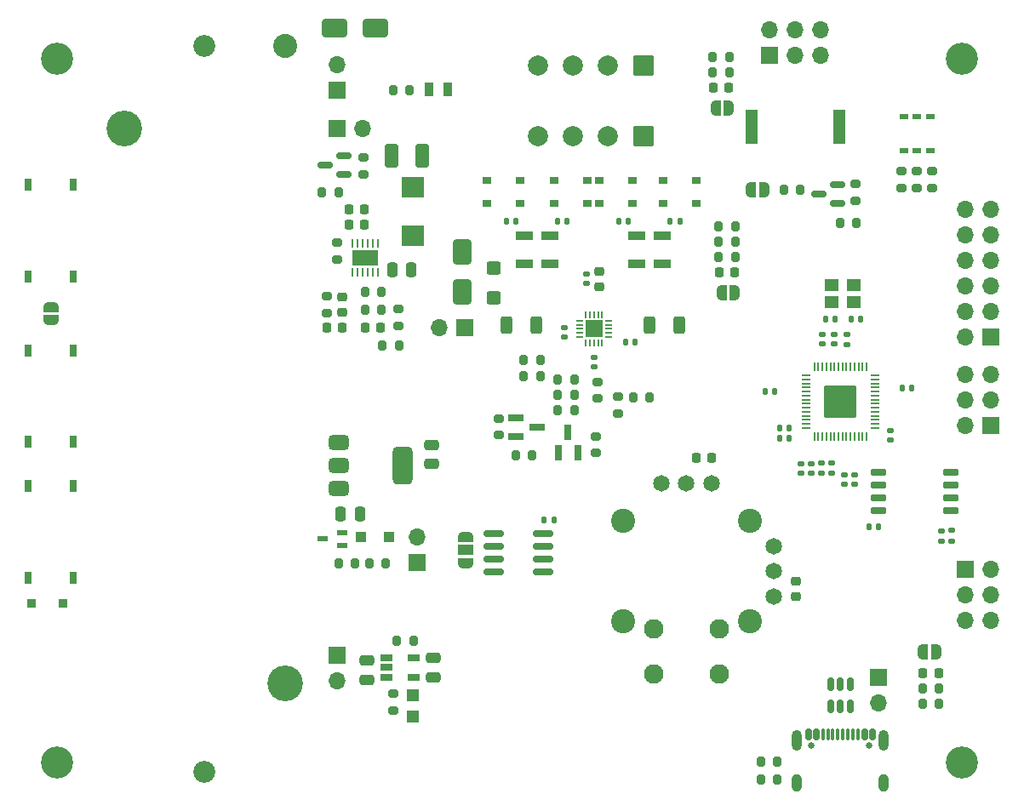
<source format=gbr>
%TF.GenerationSoftware,KiCad,Pcbnew,8.0.2*%
%TF.CreationDate,2024-05-27T22:06:41+01:00*%
%TF.ProjectId,StepUp,53746570-5570-42e6-9b69-6361645f7063,v1.0*%
%TF.SameCoordinates,Original*%
%TF.FileFunction,Soldermask,Top*%
%TF.FilePolarity,Negative*%
%FSLAX46Y46*%
G04 Gerber Fmt 4.6, Leading zero omitted, Abs format (unit mm)*
G04 Created by KiCad (PCBNEW 8.0.2) date 2024-05-27 22:06:41*
%MOMM*%
%LPD*%
G01*
G04 APERTURE LIST*
G04 Aperture macros list*
%AMRoundRect*
0 Rectangle with rounded corners*
0 $1 Rounding radius*
0 $2 $3 $4 $5 $6 $7 $8 $9 X,Y pos of 4 corners*
0 Add a 4 corners polygon primitive as box body*
4,1,4,$2,$3,$4,$5,$6,$7,$8,$9,$2,$3,0*
0 Add four circle primitives for the rounded corners*
1,1,$1+$1,$2,$3*
1,1,$1+$1,$4,$5*
1,1,$1+$1,$6,$7*
1,1,$1+$1,$8,$9*
0 Add four rect primitives between the rounded corners*
20,1,$1+$1,$2,$3,$4,$5,0*
20,1,$1+$1,$4,$5,$6,$7,0*
20,1,$1+$1,$6,$7,$8,$9,0*
20,1,$1+$1,$8,$9,$2,$3,0*%
%AMFreePoly0*
4,1,19,0.500000,-0.750000,0.000000,-0.750000,0.000000,-0.744911,-0.071157,-0.744911,-0.207708,-0.704816,-0.327430,-0.627875,-0.420627,-0.520320,-0.479746,-0.390866,-0.500000,-0.250000,-0.500000,0.250000,-0.479746,0.390866,-0.420627,0.520320,-0.327430,0.627875,-0.207708,0.704816,-0.071157,0.744911,0.000000,0.744911,0.000000,0.750000,0.500000,0.750000,0.500000,-0.750000,0.500000,-0.750000,
$1*%
%AMFreePoly1*
4,1,19,0.000000,0.744911,0.071157,0.744911,0.207708,0.704816,0.327430,0.627875,0.420627,0.520320,0.479746,0.390866,0.500000,0.250000,0.500000,-0.250000,0.479746,-0.390866,0.420627,-0.520320,0.327430,-0.627875,0.207708,-0.704816,0.071157,-0.744911,0.000000,-0.744911,0.000000,-0.750000,-0.500000,-0.750000,-0.500000,0.750000,0.000000,0.750000,0.000000,0.744911,0.000000,0.744911,
$1*%
%AMFreePoly2*
4,1,19,0.550000,-0.750000,0.000000,-0.750000,0.000000,-0.744911,-0.071157,-0.744911,-0.207708,-0.704816,-0.327430,-0.627875,-0.420627,-0.520320,-0.479746,-0.390866,-0.500000,-0.250000,-0.500000,0.250000,-0.479746,0.390866,-0.420627,0.520320,-0.327430,0.627875,-0.207708,0.704816,-0.071157,0.744911,0.000000,0.744911,0.000000,0.750000,0.550000,0.750000,0.550000,-0.750000,0.550000,-0.750000,
$1*%
%AMFreePoly3*
4,1,19,0.000000,0.744911,0.071157,0.744911,0.207708,0.704816,0.327430,0.627875,0.420627,0.520320,0.479746,0.390866,0.500000,0.250000,0.500000,-0.250000,0.479746,-0.390866,0.420627,-0.520320,0.327430,-0.627875,0.207708,-0.704816,0.071157,-0.744911,0.000000,-0.744911,0.000000,-0.750000,-0.550000,-0.750000,-0.550000,0.750000,0.000000,0.750000,0.000000,0.744911,0.000000,0.744911,
$1*%
G04 Aperture macros list end*
%ADD10C,1.650000*%
%ADD11C,1.950000*%
%ADD12C,2.400000*%
%ADD13R,0.863600X0.787400*%
%ADD14RoundRect,0.250000X0.312500X0.625000X-0.312500X0.625000X-0.312500X-0.625000X0.312500X-0.625000X0*%
%ADD15C,3.550000*%
%ADD16C,2.390000*%
%ADD17C,2.184000*%
%ADD18FreePoly0,180.000000*%
%ADD19FreePoly1,180.000000*%
%ADD20RoundRect,0.150000X0.587500X0.150000X-0.587500X0.150000X-0.587500X-0.150000X0.587500X-0.150000X0*%
%ADD21RoundRect,0.140000X0.140000X0.170000X-0.140000X0.170000X-0.140000X-0.170000X0.140000X-0.170000X0*%
%ADD22RoundRect,0.140000X0.170000X-0.140000X0.170000X0.140000X-0.170000X0.140000X-0.170000X-0.140000X0*%
%ADD23RoundRect,0.135000X0.185000X-0.135000X0.185000X0.135000X-0.185000X0.135000X-0.185000X-0.135000X0*%
%ADD24RoundRect,0.140000X-0.170000X0.140000X-0.170000X-0.140000X0.170000X-0.140000X0.170000X0.140000X0*%
%ADD25O,1.000000X1.800000*%
%ADD26O,1.000000X2.100000*%
%ADD27RoundRect,0.150000X-0.150000X-0.425000X0.150000X-0.425000X0.150000X0.425000X-0.150000X0.425000X0*%
%ADD28RoundRect,0.075000X-0.075000X-0.500000X0.075000X-0.500000X0.075000X0.500000X-0.075000X0.500000X0*%
%ADD29C,0.650000*%
%ADD30RoundRect,0.140000X-0.140000X-0.170000X0.140000X-0.170000X0.140000X0.170000X-0.140000X0.170000X0*%
%ADD31RoundRect,0.200000X-0.200000X-0.275000X0.200000X-0.275000X0.200000X0.275000X-0.200000X0.275000X0*%
%ADD32RoundRect,0.225000X0.225000X0.250000X-0.225000X0.250000X-0.225000X-0.250000X0.225000X-0.250000X0*%
%ADD33RoundRect,0.200000X-0.275000X0.200000X-0.275000X-0.200000X0.275000X-0.200000X0.275000X0.200000X0*%
%ADD34RoundRect,0.200000X0.200000X0.275000X-0.200000X0.275000X-0.200000X-0.275000X0.200000X-0.275000X0*%
%ADD35RoundRect,0.225000X-0.225000X-0.250000X0.225000X-0.250000X0.225000X0.250000X-0.225000X0.250000X0*%
%ADD36RoundRect,0.200000X0.275000X-0.200000X0.275000X0.200000X-0.275000X0.200000X-0.275000X-0.200000X0*%
%ADD37R,1.000000X0.550000*%
%ADD38RoundRect,0.050000X0.387500X0.050000X-0.387500X0.050000X-0.387500X-0.050000X0.387500X-0.050000X0*%
%ADD39RoundRect,0.050000X0.050000X0.387500X-0.050000X0.387500X-0.050000X-0.387500X0.050000X-0.387500X0*%
%ADD40RoundRect,0.144000X1.456000X1.456000X-1.456000X1.456000X-1.456000X-1.456000X1.456000X-1.456000X0*%
%ADD41R,0.711200X1.219200*%
%ADD42C,3.200000*%
%ADD43R,1.753400X0.912000*%
%ADD44FreePoly2,270.000000*%
%ADD45R,1.500000X1.000000*%
%ADD46FreePoly3,270.000000*%
%ADD47RoundRect,0.062500X0.062500X-0.362500X0.062500X0.362500X-0.062500X0.362500X-0.062500X-0.362500X0*%
%ADD48R,2.500000X1.600000*%
%ADD49R,0.900000X0.950000*%
%ADD50RoundRect,0.150000X0.650000X0.150000X-0.650000X0.150000X-0.650000X-0.150000X0.650000X-0.150000X0*%
%ADD51R,1.200000X1.200000*%
%ADD52R,1.700000X1.700000*%
%ADD53O,1.700000X1.700000*%
%ADD54R,1.300000X3.400000*%
%ADD55RoundRect,0.250000X0.650000X-1.000000X0.650000X1.000000X-0.650000X1.000000X-0.650000X-1.000000X0*%
%ADD56RoundRect,0.150000X-0.825000X-0.150000X0.825000X-0.150000X0.825000X0.150000X-0.825000X0.150000X0*%
%ADD57RoundRect,0.250000X-0.250000X-0.475000X0.250000X-0.475000X0.250000X0.475000X-0.250000X0.475000X0*%
%ADD58FreePoly0,90.000000*%
%ADD59FreePoly1,90.000000*%
%ADD60RoundRect,0.225000X-0.250000X0.225000X-0.250000X-0.225000X0.250000X-0.225000X0.250000X0.225000X0*%
%ADD61R,0.889000X0.533400*%
%ADD62RoundRect,0.250000X0.250000X0.475000X-0.250000X0.475000X-0.250000X-0.475000X0.250000X-0.475000X0*%
%ADD63RoundRect,0.102000X0.900000X0.900000X-0.900000X0.900000X-0.900000X-0.900000X0.900000X-0.900000X0*%
%ADD64C,2.004000*%
%ADD65R,1.400000X1.200000*%
%ADD66RoundRect,0.250000X-0.312500X-0.625000X0.312500X-0.625000X0.312500X0.625000X-0.312500X0.625000X0*%
%ADD67RoundRect,0.375000X-0.625000X-0.375000X0.625000X-0.375000X0.625000X0.375000X-0.625000X0.375000X0*%
%ADD68RoundRect,0.500000X-0.500000X-1.400000X0.500000X-1.400000X0.500000X1.400000X-0.500000X1.400000X0*%
%ADD69RoundRect,0.135000X-0.185000X0.135000X-0.185000X-0.135000X0.185000X-0.135000X0.185000X0.135000X0*%
%ADD70R,0.762000X0.254000*%
%ADD71R,0.254000X0.762000*%
%ADD72R,1.701800X1.701800*%
%ADD73RoundRect,0.250000X0.475000X-0.250000X0.475000X0.250000X-0.475000X0.250000X-0.475000X-0.250000X0*%
%ADD74RoundRect,0.250000X-0.412500X-0.925000X0.412500X-0.925000X0.412500X0.925000X-0.412500X0.925000X0*%
%ADD75RoundRect,0.070000X0.300000X-0.650000X0.300000X0.650000X-0.300000X0.650000X-0.300000X-0.650000X0*%
%ADD76R,2.200000X2.150000*%
%ADD77RoundRect,0.250000X-0.475000X0.250000X-0.475000X-0.250000X0.475000X-0.250000X0.475000X0.250000X0*%
%ADD78RoundRect,0.070000X-0.525000X0.300000X-0.525000X-0.300000X0.525000X-0.300000X0.525000X0.300000X0*%
%ADD79R,0.950000X1.400000*%
%ADD80RoundRect,0.070000X-0.650000X-0.300000X0.650000X-0.300000X0.650000X0.300000X-0.650000X0.300000X0*%
%ADD81RoundRect,0.225000X0.250000X-0.225000X0.250000X0.225000X-0.250000X0.225000X-0.250000X-0.225000X0*%
%ADD82RoundRect,0.250000X0.450000X-0.400000X0.450000X0.400000X-0.450000X0.400000X-0.450000X-0.400000X0*%
%ADD83RoundRect,0.250000X-1.000000X-0.650000X1.000000X-0.650000X1.000000X0.650000X-1.000000X0.650000X0*%
%ADD84RoundRect,0.150000X0.150000X-0.512500X0.150000X0.512500X-0.150000X0.512500X-0.150000X-0.512500X0*%
%ADD85RoundRect,0.250000X-0.300000X-0.300000X0.300000X-0.300000X0.300000X0.300000X-0.300000X0.300000X0*%
G04 APERTURE END LIST*
D10*
%TO.C,JOY1*%
X155062500Y-112275000D03*
X152562500Y-112275000D03*
X150062500Y-112275000D03*
X161292500Y-123505000D03*
X161292500Y-121005000D03*
X161292500Y-118505000D03*
D11*
X149312500Y-126755000D03*
X155812500Y-126755000D03*
X149312500Y-131255000D03*
X155812500Y-131255000D03*
D12*
X158887500Y-116005000D03*
X146237500Y-116005000D03*
X146237500Y-126005000D03*
X158887500Y-126005000D03*
%TD*%
D13*
%TO.C,D3*%
X142760799Y-84429600D03*
X139458799Y-84429600D03*
%TD*%
D14*
%TO.C,R20*%
X151855900Y-96501001D03*
X148930900Y-96501001D03*
%TD*%
D15*
%TO.C,BT1*%
X112648000Y-132192000D03*
X96648000Y-76992000D03*
D16*
X112648000Y-68792000D03*
D17*
X104648000Y-141012000D03*
X104648000Y-68792000D03*
%TD*%
D18*
%TO.C,JP7*%
X160309000Y-83046000D03*
D19*
X159009000Y-83046000D03*
%TD*%
D20*
%TO.C,Q4*%
X118539500Y-81563000D03*
X118539500Y-79663000D03*
X116664500Y-80613000D03*
%TD*%
D21*
%TO.C,C10*%
X161380000Y-103100000D03*
X160420000Y-103100000D03*
%TD*%
D22*
%TO.C,C5*%
X166116000Y-98408000D03*
X166116000Y-97448000D03*
%TD*%
D23*
%TO.C,R6*%
X167012500Y-111290000D03*
X167012500Y-110270000D03*
%TD*%
D24*
%TO.C,C8*%
X164000000Y-110300000D03*
X164000000Y-111260000D03*
%TD*%
D25*
%TO.C,J1*%
X172214000Y-142045000D03*
D26*
X172214000Y-137865000D03*
D25*
X163574000Y-142045000D03*
D26*
X163574000Y-137865000D03*
D27*
X164694000Y-137290000D03*
X165494000Y-137290000D03*
D28*
X166144000Y-137290000D03*
X167144000Y-137290000D03*
X168644000Y-137290000D03*
X169644000Y-137290000D03*
D27*
X170294000Y-137290000D03*
X171094000Y-137290000D03*
X171094000Y-137290000D03*
X170294000Y-137290000D03*
D28*
X169144000Y-137290000D03*
X168144000Y-137290000D03*
X167644000Y-137290000D03*
X166644000Y-137290000D03*
D27*
X165494000Y-137290000D03*
X164694000Y-137290000D03*
D29*
X170784000Y-138365000D03*
X165004000Y-138365000D03*
%TD*%
D30*
%TO.C,C20*%
X146520000Y-98200000D03*
X147480000Y-98200000D03*
%TD*%
D31*
%TO.C,R34*%
X155172000Y-71380000D03*
X156822000Y-71380000D03*
%TD*%
D24*
%TO.C,C19*%
X143400000Y-99720000D03*
X143400000Y-100680000D03*
%TD*%
D32*
%TO.C,C40*%
X155075000Y-109750000D03*
X153525000Y-109750000D03*
%TD*%
D33*
%TO.C,R10*%
X143600000Y-107575000D03*
X143600000Y-109225000D03*
%TD*%
D23*
%TO.C,R2*%
X178950500Y-117989500D03*
X178950500Y-116969500D03*
%TD*%
D34*
%TO.C,R29*%
X123975000Y-98550000D03*
X122325000Y-98550000D03*
%TD*%
D23*
%TO.C,R5*%
X168535000Y-98438000D03*
X168535000Y-97418000D03*
%TD*%
%TO.C,R7*%
X166000000Y-111290000D03*
X166000000Y-110270000D03*
%TD*%
D13*
%TO.C,D8*%
X147218400Y-82143600D03*
X143916400Y-82143600D03*
%TD*%
%TO.C,D10*%
X150266400Y-82143600D03*
X153568400Y-82143600D03*
%TD*%
D35*
%TO.C,C37*%
X155828000Y-91268000D03*
X157378000Y-91268000D03*
%TD*%
D36*
%TO.C,R43*%
X173990000Y-82867000D03*
X173990000Y-81217000D03*
%TD*%
D22*
%TO.C,C16*%
X140400000Y-97730000D03*
X140400000Y-96770000D03*
%TD*%
D13*
%TO.C,D7*%
X143916400Y-84429600D03*
X147218400Y-84429600D03*
%TD*%
D36*
%TO.C,R41*%
X177038000Y-82867000D03*
X177038000Y-81217000D03*
%TD*%
%TO.C,R8*%
X133883400Y-107486001D03*
X133883400Y-105836001D03*
%TD*%
D34*
%TO.C,R32*%
X122237000Y-93218000D03*
X120587000Y-93218000D03*
%TD*%
D31*
%TO.C,R4*%
X159957000Y-141732000D03*
X161607000Y-141732000D03*
%TD*%
D32*
%TO.C,C29*%
X120575000Y-86524000D03*
X119025000Y-86524000D03*
%TD*%
D37*
%TO.C,Q3*%
X118332000Y-118448000D03*
X118332000Y-117148000D03*
X116432000Y-117798000D03*
%TD*%
D38*
%TO.C,U3*%
X171336500Y-106745000D03*
X171336500Y-106345000D03*
X171336500Y-105945000D03*
X171336500Y-105545000D03*
X171336500Y-105145000D03*
X171336500Y-104745000D03*
X171336500Y-104345000D03*
X171336500Y-103945000D03*
X171336500Y-103545000D03*
X171336500Y-103145000D03*
X171336500Y-102745000D03*
X171336500Y-102345000D03*
X171336500Y-101945000D03*
X171336500Y-101545000D03*
D39*
X170499000Y-100707500D03*
X170099000Y-100707500D03*
X169699000Y-100707500D03*
X169299000Y-100707500D03*
X168899000Y-100707500D03*
X168499000Y-100707500D03*
X168099000Y-100707500D03*
X167699000Y-100707500D03*
X167299000Y-100707500D03*
X166899000Y-100707500D03*
X166499000Y-100707500D03*
X166099000Y-100707500D03*
X165699000Y-100707500D03*
X165299000Y-100707500D03*
D38*
X164461500Y-101545000D03*
X164461500Y-101945000D03*
X164461500Y-102345000D03*
X164461500Y-102745000D03*
X164461500Y-103145000D03*
X164461500Y-103545000D03*
X164461500Y-103945000D03*
X164461500Y-104345000D03*
X164461500Y-104745000D03*
X164461500Y-105145000D03*
X164461500Y-105545000D03*
X164461500Y-105945000D03*
X164461500Y-106345000D03*
X164461500Y-106745000D03*
D39*
X165299000Y-107582500D03*
X165699000Y-107582500D03*
X166099000Y-107582500D03*
X166499000Y-107582500D03*
X166899000Y-107582500D03*
X167299000Y-107582500D03*
X167699000Y-107582500D03*
X168099000Y-107582500D03*
X168499000Y-107582500D03*
X168899000Y-107582500D03*
X169299000Y-107582500D03*
X169699000Y-107582500D03*
X170099000Y-107582500D03*
X170499000Y-107582500D03*
D40*
X167899000Y-104145000D03*
%TD*%
D31*
%TO.C,R3*%
X159957000Y-139954000D03*
X161607000Y-139954000D03*
%TD*%
D24*
%TO.C,C7*%
X168282500Y-111409500D03*
X168282500Y-112369500D03*
%TD*%
D31*
%TO.C,R23*%
X123773000Y-127920000D03*
X125423000Y-127920000D03*
%TD*%
D24*
%TO.C,C6*%
X165000000Y-110300000D03*
X165000000Y-111260000D03*
%TD*%
D41*
%TO.C,SW3*%
X87084100Y-91668600D03*
X91579900Y-91668600D03*
X91579900Y-82575400D03*
X87084100Y-82575400D03*
%TD*%
D34*
%TO.C,R39*%
X177717000Y-132652000D03*
X176067000Y-132652000D03*
%TD*%
D31*
%TO.C,R31*%
X120587000Y-94996000D03*
X122237000Y-94996000D03*
%TD*%
D42*
%TO.C,H1*%
X90000000Y-70000000D03*
%TD*%
D18*
%TO.C,JP4*%
X156792000Y-74932000D03*
D19*
X155492000Y-74932000D03*
%TD*%
D33*
%TO.C,R27*%
X116840000Y-93663000D03*
X116840000Y-95313000D03*
%TD*%
D43*
%TO.C,L1*%
X138963400Y-87612201D03*
X138963400Y-90403801D03*
%TD*%
D21*
%TO.C,C13*%
X162780000Y-106800000D03*
X161820000Y-106800000D03*
%TD*%
D31*
%TO.C,R38*%
X176070000Y-134176000D03*
X177720000Y-134176000D03*
%TD*%
D13*
%TO.C,D4*%
X139458799Y-82143600D03*
X142760799Y-82143600D03*
%TD*%
D44*
%TO.C,JP2*%
X130600000Y-117600000D03*
D45*
X130600000Y-118900000D03*
D46*
X130600000Y-120200000D03*
%TD*%
D47*
%TO.C,U8*%
X119369000Y-91245000D03*
X119869000Y-91245000D03*
X120369000Y-91245000D03*
X120869000Y-91245000D03*
X121369000Y-91245000D03*
X121869000Y-91245000D03*
X121869000Y-88395000D03*
X121369000Y-88395000D03*
X120869000Y-88395000D03*
X120369000Y-88395000D03*
X119869000Y-88395000D03*
X119369000Y-88395000D03*
D48*
X120619000Y-89820000D03*
%TD*%
D21*
%TO.C,C3*%
X171680000Y-116550000D03*
X170720000Y-116550000D03*
%TD*%
D20*
%TO.C,Q5*%
X167645000Y-84438000D03*
X167645000Y-82538000D03*
X165770000Y-83488000D03*
%TD*%
D33*
%TO.C,R28*%
X120450000Y-79875000D03*
X120450000Y-81525000D03*
%TD*%
D49*
%TO.C,D1*%
X90575000Y-124200000D03*
X87425000Y-124200000D03*
%TD*%
D21*
%TO.C,C14*%
X162780000Y-107816000D03*
X161820000Y-107816000D03*
%TD*%
D41*
%TO.C,SW1*%
X87084100Y-108153200D03*
X91579900Y-108153200D03*
X91579900Y-99060000D03*
X87084100Y-99060000D03*
%TD*%
D34*
%TO.C,R14*%
X141420001Y-105003400D03*
X139770001Y-105003400D03*
%TD*%
D43*
%TO.C,L4*%
X150139400Y-87612201D03*
X150139400Y-90403801D03*
%TD*%
D34*
%TO.C,R37*%
X157425000Y-89744000D03*
X155775000Y-89744000D03*
%TD*%
D50*
%TO.C,U2*%
X178864500Y-114986500D03*
X178864500Y-113716500D03*
X178864500Y-112446500D03*
X178864500Y-111176500D03*
X171664500Y-111176500D03*
X171664500Y-112446500D03*
X171664500Y-113716500D03*
X171664500Y-114986500D03*
%TD*%
D18*
%TO.C,JP5*%
X157395000Y-93300000D03*
D19*
X156095000Y-93300000D03*
%TD*%
D35*
%TO.C,C33*%
X116827000Y-96774000D03*
X118377000Y-96774000D03*
%TD*%
D51*
%TO.C,D12*%
X125370000Y-133360000D03*
X125370000Y-135460000D03*
%TD*%
D34*
%TO.C,R13*%
X138025000Y-100000000D03*
X136375000Y-100000000D03*
%TD*%
D21*
%TO.C,C21*%
X140713400Y-86207600D03*
X139753400Y-86207600D03*
%TD*%
D24*
%TO.C,C4*%
X169298500Y-111409500D03*
X169298500Y-112369500D03*
%TD*%
D18*
%TO.C,JP6*%
X177400000Y-129000000D03*
D19*
X176100000Y-129000000D03*
%TD*%
D52*
%TO.C,J4*%
X182880000Y-97706000D03*
D53*
X180340000Y-97706000D03*
X182880000Y-95166000D03*
X180340000Y-95166000D03*
X182880000Y-92626000D03*
X180340000Y-92626000D03*
X182880000Y-90086000D03*
X180340000Y-90086000D03*
X182880000Y-87546000D03*
X180340000Y-87546000D03*
X182880000Y-85006000D03*
X180340000Y-85006000D03*
%TD*%
D32*
%TO.C,C38*%
X177667000Y-131132000D03*
X176117000Y-131132000D03*
%TD*%
D54*
%TO.C,BZ1*%
X159050000Y-76800000D03*
X167750000Y-76800000D03*
%TD*%
D31*
%TO.C,R26*%
X116325000Y-83300000D03*
X117975000Y-83300000D03*
%TD*%
D55*
%TO.C,D13*%
X130250000Y-93200000D03*
X130250000Y-89200000D03*
%TD*%
D34*
%TO.C,R46*%
X163898000Y-83050000D03*
X162248000Y-83050000D03*
%TD*%
D56*
%TO.C,U4*%
X133400000Y-117295000D03*
X133400000Y-118565000D03*
X133400000Y-119835000D03*
X133400000Y-121105000D03*
X138350000Y-121105000D03*
X138350000Y-119835000D03*
X138350000Y-118565000D03*
X138350000Y-117295000D03*
%TD*%
D21*
%TO.C,C2*%
X167358000Y-95924000D03*
X166398000Y-95924000D03*
%TD*%
D41*
%TO.C,SW2*%
X87084100Y-121640600D03*
X91579900Y-121640600D03*
X91579900Y-112547400D03*
X87084100Y-112547400D03*
%TD*%
D57*
%TO.C,C25*%
X118210000Y-115284000D03*
X120110000Y-115284000D03*
%TD*%
D42*
%TO.C,H2*%
X90000000Y-140000000D03*
%TD*%
D58*
%TO.C,JP1*%
X89408000Y-96012000D03*
D59*
X89408000Y-94712000D03*
%TD*%
D60*
%TO.C,C32*%
X118364000Y-93713000D03*
X118364000Y-95263000D03*
%TD*%
D30*
%TO.C,C1*%
X168938000Y-95924000D03*
X169898000Y-95924000D03*
%TD*%
D43*
%TO.C,L2*%
X136423400Y-87612201D03*
X136423400Y-90403801D03*
%TD*%
D61*
%TO.C,LED2*%
X176809400Y-75780900D03*
X175514000Y-75780900D03*
X174218600Y-75780900D03*
X176809400Y-79159100D03*
X175514000Y-79159100D03*
X174218600Y-79159100D03*
%TD*%
D34*
%TO.C,R12*%
X138025000Y-101600000D03*
X136375000Y-101600000D03*
%TD*%
D24*
%TO.C,C9*%
X172900000Y-107000000D03*
X172900000Y-107960000D03*
%TD*%
D30*
%TO.C,C15*%
X138420000Y-115900000D03*
X139380000Y-115900000D03*
%TD*%
D62*
%TO.C,C35*%
X125200000Y-91000000D03*
X123300000Y-91000000D03*
%TD*%
D34*
%TO.C,R16*%
X141420001Y-101955400D03*
X139770001Y-101955400D03*
%TD*%
D63*
%TO.C,J5*%
X148277400Y-77689501D03*
X148277400Y-70689501D03*
D64*
X144777400Y-77689501D03*
X144777400Y-70689501D03*
X141277400Y-77689501D03*
X141277400Y-70689501D03*
X137777400Y-77689501D03*
X137777400Y-70689501D03*
%TD*%
D30*
%TO.C,C24*%
X150957400Y-86207600D03*
X151917400Y-86207600D03*
%TD*%
D65*
%TO.C,Y1*%
X169248000Y-92534000D03*
X167048000Y-92534000D03*
X167048000Y-94234000D03*
X169248000Y-94234000D03*
%TD*%
D31*
%TO.C,R17*%
X147275000Y-103750000D03*
X148925000Y-103750000D03*
%TD*%
D66*
%TO.C,R19*%
X134706900Y-96501001D03*
X137631900Y-96501001D03*
%TD*%
D21*
%TO.C,C22*%
X135605400Y-86207600D03*
X134645400Y-86207600D03*
%TD*%
D67*
%TO.C,U6*%
X118008000Y-108190000D03*
X118008000Y-110490000D03*
D68*
X124308000Y-110490000D03*
D67*
X118008000Y-112790000D03*
%TD*%
D69*
%TO.C,R1*%
X177950500Y-116979500D03*
X177950500Y-117999500D03*
%TD*%
D22*
%TO.C,C12*%
X167265000Y-98408000D03*
X167265000Y-97448000D03*
%TD*%
D31*
%TO.C,R36*%
X155775000Y-88220000D03*
X157425000Y-88220000D03*
%TD*%
D70*
%TO.C,U5*%
X141960600Y-96100999D03*
X141960600Y-96501001D03*
X141960600Y-96901000D03*
X141960600Y-97300999D03*
X141960600Y-97701001D03*
D71*
X142582999Y-98323400D03*
X142983001Y-98323400D03*
X143383000Y-98323400D03*
X143782999Y-98323400D03*
X144183001Y-98323400D03*
D70*
X144805400Y-97701001D03*
X144805400Y-97300999D03*
X144805400Y-96901000D03*
X144805400Y-96501001D03*
X144805400Y-96100999D03*
D71*
X144183001Y-95478600D03*
X143782999Y-95478600D03*
X143383000Y-95478600D03*
X142983001Y-95478600D03*
X142582999Y-95478600D03*
D72*
X143383000Y-96901000D03*
%TD*%
D33*
%TO.C,R11*%
X143700000Y-102175000D03*
X143700000Y-103825000D03*
%TD*%
%TO.C,R25*%
X123398000Y-133195000D03*
X123398000Y-134845000D03*
%TD*%
D31*
%TO.C,R35*%
X155775000Y-86700000D03*
X157425000Y-86700000D03*
%TD*%
D52*
%TO.C,J8*%
X117852000Y-129337000D03*
D53*
X117852000Y-131877000D03*
%TD*%
D73*
%TO.C,C31*%
X120798000Y-131804000D03*
X120798000Y-129904000D03*
%TD*%
D74*
%TO.C,C26*%
X123262500Y-79650000D03*
X126337500Y-79650000D03*
%TD*%
D34*
%TO.C,R15*%
X141420001Y-103479400D03*
X139770001Y-103479400D03*
%TD*%
D13*
%TO.C,D9*%
X153568400Y-84429600D03*
X150266400Y-84429600D03*
%TD*%
D35*
%TO.C,C36*%
X155225000Y-72900000D03*
X156775000Y-72900000D03*
%TD*%
D73*
%TO.C,C30*%
X127200000Y-110350000D03*
X127200000Y-108450000D03*
%TD*%
D22*
%TO.C,C18*%
X142659001Y-92409001D03*
X142659001Y-91449001D03*
%TD*%
D75*
%TO.C,Q1*%
X139864400Y-109261001D03*
X141764400Y-109261001D03*
X140814400Y-107161001D03*
%TD*%
D52*
%TO.C,J9*%
X130561000Y-96774000D03*
D53*
X128021000Y-96774000D03*
%TD*%
D42*
%TO.C,H4*%
X180000000Y-140000000D03*
%TD*%
D76*
%TO.C,L5*%
X125400000Y-82800000D03*
X125400000Y-87600000D03*
%TD*%
D32*
%TO.C,C34*%
X122187000Y-96774000D03*
X120637000Y-96774000D03*
%TD*%
D34*
%TO.C,R21*%
X122657000Y-120226000D03*
X121007000Y-120226000D03*
%TD*%
D30*
%TO.C,C11*%
X174020000Y-102800000D03*
X174980000Y-102800000D03*
%TD*%
D34*
%TO.C,R9*%
X137248400Y-109455001D03*
X135598400Y-109455001D03*
%TD*%
%TO.C,R33*%
X156822000Y-69856000D03*
X155172000Y-69856000D03*
%TD*%
%TO.C,R40*%
X125031000Y-73152000D03*
X123381000Y-73152000D03*
%TD*%
D77*
%TO.C,C28*%
X127402000Y-129650000D03*
X127402000Y-131550000D03*
%TD*%
D78*
%TO.C,U7*%
X122750000Y-129650000D03*
X122750000Y-130600000D03*
X122750000Y-131550000D03*
X125450000Y-131550000D03*
X125450000Y-129650000D03*
%TD*%
D33*
%TO.C,R45*%
X169423000Y-82475000D03*
X169423000Y-84125000D03*
%TD*%
D79*
%TO.C,LED1*%
X128850000Y-73100000D03*
X126950000Y-73100000D03*
%TD*%
D13*
%TO.C,D5*%
X132740400Y-84429600D03*
X136042400Y-84429600D03*
%TD*%
D33*
%TO.C,R30*%
X123952000Y-94933000D03*
X123952000Y-96583000D03*
%TD*%
D52*
%TO.C,J6*%
X125800000Y-120175000D03*
D53*
X125800000Y-117635000D03*
%TD*%
D80*
%TO.C,Q2*%
X135627400Y-105711001D03*
X135627400Y-107611001D03*
X137727400Y-106661001D03*
%TD*%
D52*
%TO.C,J10*%
X160875000Y-69675000D03*
D53*
X160875000Y-67135000D03*
X163415000Y-69675000D03*
X163415000Y-67135000D03*
X165955000Y-69675000D03*
X165955000Y-67135000D03*
%TD*%
D32*
%TO.C,C27*%
X120575000Y-85000000D03*
X119025000Y-85000000D03*
%TD*%
D33*
%TO.C,R18*%
X145750000Y-103675000D03*
X145750000Y-105325000D03*
%TD*%
D30*
%TO.C,C23*%
X145849400Y-86207600D03*
X146809400Y-86207600D03*
%TD*%
D52*
%TO.C,J2*%
X171704000Y-131567000D03*
D53*
X171704000Y-134107000D03*
%TD*%
D43*
%TO.C,L3*%
X147599400Y-87612201D03*
X147599400Y-90403801D03*
%TD*%
D81*
%TO.C,C39*%
X163450000Y-123525000D03*
X163450000Y-121975000D03*
%TD*%
D82*
%TO.C,D2*%
X133400000Y-93779000D03*
X133400000Y-90879000D03*
%TD*%
D52*
%TO.C,J11*%
X117856000Y-73157000D03*
D53*
X117856000Y-70617000D03*
%TD*%
D42*
%TO.C,H3*%
X180000000Y-70000000D03*
%TD*%
D52*
%TO.C,J12*%
X180330000Y-120800000D03*
D53*
X182870000Y-120800000D03*
X180330000Y-123340000D03*
X182870000Y-123340000D03*
X180330000Y-125880000D03*
X182870000Y-125880000D03*
%TD*%
D13*
%TO.C,D6*%
X136042400Y-82143600D03*
X132740400Y-82143600D03*
%TD*%
D31*
%TO.C,R44*%
X167836000Y-86348000D03*
X169486000Y-86348000D03*
%TD*%
D36*
%TO.C,R24*%
X117856000Y-89979000D03*
X117856000Y-88329000D03*
%TD*%
D83*
%TO.C,D14*%
X117600000Y-66950000D03*
X121600000Y-66950000D03*
%TD*%
D84*
%TO.C,U1*%
X166944000Y-134487500D03*
X167894000Y-134487500D03*
X168844000Y-134487500D03*
X168844000Y-132212500D03*
X167894000Y-132212500D03*
X166944000Y-132212500D03*
%TD*%
D81*
%TO.C,C17*%
X143929001Y-92704001D03*
X143929001Y-91154001D03*
%TD*%
D36*
%TO.C,R42*%
X175514000Y-82867000D03*
X175514000Y-81217000D03*
%TD*%
D52*
%TO.C,J7*%
X117851000Y-76962000D03*
D53*
X120391000Y-76962000D03*
%TD*%
D34*
%TO.C,R22*%
X119609000Y-120226000D03*
X117959000Y-120226000D03*
%TD*%
D85*
%TO.C,D11*%
X120178000Y-117570000D03*
X122978000Y-117570000D03*
%TD*%
D52*
%TO.C,J3*%
X182875000Y-106525000D03*
D53*
X180335000Y-106525000D03*
X182875000Y-103985000D03*
X180335000Y-103985000D03*
X182875000Y-101445000D03*
X180335000Y-101445000D03*
%TD*%
M02*

</source>
